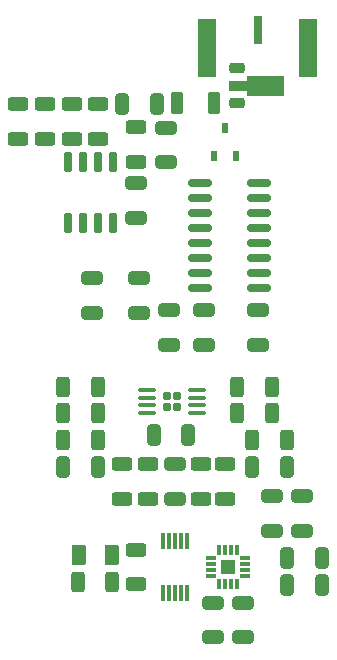
<source format=gbr>
%TF.GenerationSoftware,KiCad,Pcbnew,8.0.0*%
%TF.CreationDate,2024-02-29T15:38:19+07:00*%
%TF.ProjectId,PicoRX-ADC,5069636f-5258-42d4-9144-432e6b696361,rev?*%
%TF.SameCoordinates,PX79d4f70PY6146580*%
%TF.FileFunction,Paste,Top*%
%TF.FilePolarity,Positive*%
%FSLAX46Y46*%
G04 Gerber Fmt 4.6, Leading zero omitted, Abs format (unit mm)*
G04 Created by KiCad (PCBNEW 8.0.0) date 2024-02-29 15:38:19*
%MOMM*%
%LPD*%
G01*
G04 APERTURE LIST*
G04 Aperture macros list*
%AMRoundRect*
0 Rectangle with rounded corners*
0 $1 Rounding radius*
0 $2 $3 $4 $5 $6 $7 $8 $9 X,Y pos of 4 corners*
0 Add a 4 corners polygon primitive as box body*
4,1,4,$2,$3,$4,$5,$6,$7,$8,$9,$2,$3,0*
0 Add four circle primitives for the rounded corners*
1,1,$1+$1,$2,$3*
1,1,$1+$1,$4,$5*
1,1,$1+$1,$6,$7*
1,1,$1+$1,$8,$9*
0 Add four rect primitives between the rounded corners*
20,1,$1+$1,$2,$3,$4,$5,0*
20,1,$1+$1,$4,$5,$6,$7,0*
20,1,$1+$1,$6,$7,$8,$9,0*
20,1,$1+$1,$8,$9,$2,$3,0*%
%AMFreePoly0*
4,1,9,3.862500,-0.866500,0.737500,-0.866500,0.737500,-0.450000,-0.737500,-0.450000,-0.737500,0.450000,0.737500,0.450000,0.737500,0.866500,3.862500,0.866500,3.862500,-0.866500,3.862500,-0.866500,$1*%
G04 Aperture macros list end*
%ADD10RoundRect,0.250000X-0.625000X0.312500X-0.625000X-0.312500X0.625000X-0.312500X0.625000X0.312500X0*%
%ADD11RoundRect,0.250000X-0.312500X-0.625000X0.312500X-0.625000X0.312500X0.625000X-0.312500X0.625000X0*%
%ADD12RoundRect,0.250000X-0.325000X-0.650000X0.325000X-0.650000X0.325000X0.650000X-0.325000X0.650000X0*%
%ADD13RoundRect,0.250000X0.625000X-0.312500X0.625000X0.312500X-0.625000X0.312500X-0.625000X-0.312500X0*%
%ADD14RoundRect,0.250000X0.312500X0.625000X-0.312500X0.625000X-0.312500X-0.625000X0.312500X-0.625000X0*%
%ADD15R,0.300000X0.850000*%
%ADD16R,0.850000X0.300000*%
%ADD17R,1.250000X1.250000*%
%ADD18RoundRect,0.250000X0.650000X-0.325000X0.650000X0.325000X-0.650000X0.325000X-0.650000X-0.325000X0*%
%ADD19R,0.600000X0.850000*%
%ADD20RoundRect,0.250000X0.375000X0.625000X-0.375000X0.625000X-0.375000X-0.625000X0.375000X-0.625000X0*%
%ADD21RoundRect,0.250000X-0.650000X0.325000X-0.650000X-0.325000X0.650000X-0.325000X0.650000X0.325000X0*%
%ADD22RoundRect,0.150000X-0.150000X0.725000X-0.150000X-0.725000X0.150000X-0.725000X0.150000X0.725000X0*%
%ADD23RoundRect,0.150000X0.825000X0.150000X-0.825000X0.150000X-0.825000X-0.150000X0.825000X-0.150000X0*%
%ADD24RoundRect,0.225000X-0.425000X-0.225000X0.425000X-0.225000X0.425000X0.225000X-0.425000X0.225000X0*%
%ADD25FreePoly0,0.000000*%
%ADD26R,0.300000X1.400000*%
%ADD27RoundRect,0.250000X0.325000X0.650000X-0.325000X0.650000X-0.325000X-0.650000X0.325000X-0.650000X0*%
%ADD28RoundRect,0.170000X0.170000X0.210000X-0.170000X0.210000X-0.170000X-0.210000X0.170000X-0.210000X0*%
%ADD29RoundRect,0.100000X0.625000X0.100000X-0.625000X0.100000X-0.625000X-0.100000X0.625000X-0.100000X0*%
%ADD30R,0.700000X2.350000*%
%ADD31R,1.600000X4.900000*%
%ADD32RoundRect,0.250000X0.275000X0.700000X-0.275000X0.700000X-0.275000X-0.700000X0.275000X-0.700000X0*%
G04 APERTURE END LIST*
D10*
%TO.C,R11*%
X56750000Y44712500D03*
X56750000Y41787500D03*
%TD*%
D11*
%TO.C,R18*%
X65287500Y20500000D03*
X68212500Y20500000D03*
%TD*%
D12*
%TO.C,C25*%
X58195000Y18630000D03*
X61145000Y18630000D03*
%TD*%
D10*
%TO.C,R26*%
X46750000Y46687500D03*
X46750000Y43762500D03*
%TD*%
D11*
%TO.C,R19*%
X65287500Y22750000D03*
X68212500Y22750000D03*
%TD*%
D13*
%TO.C,R12*%
X51250000Y43762500D03*
X51250000Y46687500D03*
%TD*%
D14*
%TO.C,R7*%
X53462500Y20500000D03*
X50537500Y20500000D03*
%TD*%
D15*
%TO.C,IC1*%
X65250000Y8950000D03*
X64750000Y8950000D03*
X64250000Y8950000D03*
X63750000Y8950000D03*
D16*
X63050000Y8250000D03*
X63050000Y7750000D03*
X63050000Y7250000D03*
X63050000Y6750000D03*
D15*
X63750000Y6050000D03*
X64250000Y6050000D03*
X64750000Y6050000D03*
X65250000Y6050000D03*
D16*
X65950000Y6750000D03*
X65950000Y7250000D03*
X65950000Y7750000D03*
X65950000Y8250000D03*
D17*
X64500000Y7500000D03*
%TD*%
D10*
%TO.C,R9*%
X55500000Y16212500D03*
X55500000Y13287500D03*
%TD*%
D18*
%TO.C,C7*%
X65750000Y1525000D03*
X65750000Y4475000D03*
%TD*%
D14*
%TO.C,R8*%
X53462500Y22750000D03*
X50537500Y22750000D03*
%TD*%
D19*
%TO.C,D1*%
X63300000Y42300000D03*
X65200000Y42300000D03*
X64250000Y44700000D03*
%TD*%
D20*
%TO.C,D2*%
X54710000Y8500000D03*
X51910000Y8500000D03*
%TD*%
D21*
%TO.C,C4*%
X68250000Y13475000D03*
X68250000Y10525000D03*
%TD*%
D18*
%TO.C,C20*%
X53000000Y29025000D03*
X53000000Y31975000D03*
%TD*%
D21*
%TO.C,C6*%
X60000000Y16225000D03*
X60000000Y13275000D03*
%TD*%
D18*
%TO.C,C1*%
X63250000Y1525000D03*
X63250000Y4475000D03*
%TD*%
D22*
%TO.C,U6*%
X54775000Y41800000D03*
X53505000Y41800000D03*
X52235000Y41800000D03*
X50965000Y41800000D03*
X50965000Y36650000D03*
X52235000Y36650000D03*
X53505000Y36650000D03*
X54775000Y36650000D03*
%TD*%
D11*
%TO.C,R6*%
X50537500Y18250000D03*
X53462500Y18250000D03*
%TD*%
D23*
%TO.C,U5*%
X67117500Y31130000D03*
X67117500Y32400000D03*
X67117500Y33670000D03*
X67117500Y34940000D03*
X67117500Y36210000D03*
X67117500Y37480000D03*
X67117500Y38750000D03*
X67117500Y40020000D03*
X62167500Y40020000D03*
X62167500Y38750000D03*
X62167500Y37480000D03*
X62167500Y36210000D03*
X62167500Y34940000D03*
X62167500Y33670000D03*
X62167500Y32400000D03*
X62167500Y31130000D03*
%TD*%
D24*
%TO.C,U8*%
X65250000Y49750000D03*
D25*
X65337500Y48250000D03*
D24*
X65250000Y46750000D03*
%TD*%
D18*
%TO.C,C21*%
X57000000Y29025000D03*
X57000000Y31975000D03*
%TD*%
D21*
%TO.C,C3*%
X70750000Y13475000D03*
X70750000Y10525000D03*
%TD*%
D10*
%TO.C,R2*%
X56750000Y8962500D03*
X56750000Y6037500D03*
%TD*%
D21*
%TO.C,C5*%
X59250000Y44700000D03*
X59250000Y41750000D03*
%TD*%
D26*
%TO.C,IC2*%
X59000000Y5300000D03*
X59500000Y5300000D03*
X60000000Y5300000D03*
X60500000Y5300000D03*
X61000000Y5300000D03*
X61000000Y9700000D03*
X60500000Y9700000D03*
X60000000Y9700000D03*
X59500000Y9700000D03*
X59000000Y9700000D03*
%TD*%
D18*
%TO.C,C31*%
X67000000Y26275000D03*
X67000000Y29225000D03*
%TD*%
D12*
%TO.C,C19*%
X50525000Y16000000D03*
X53475000Y16000000D03*
%TD*%
D27*
%TO.C,C8*%
X72475000Y8250000D03*
X69525000Y8250000D03*
%TD*%
D13*
%TO.C,R27*%
X49000000Y43762500D03*
X49000000Y46687500D03*
%TD*%
D11*
%TO.C,R4*%
X51787500Y6250000D03*
X54712500Y6250000D03*
%TD*%
D21*
%TO.C,C42*%
X56750000Y39987500D03*
X56750000Y37037500D03*
%TD*%
%TO.C,C24*%
X59500000Y29225000D03*
X59500000Y26275000D03*
%TD*%
D10*
%TO.C,R10*%
X57750000Y16212500D03*
X57750000Y13287500D03*
%TD*%
%TO.C,R13*%
X64250000Y16212500D03*
X64250000Y13287500D03*
%TD*%
D14*
%TO.C,R14*%
X69462500Y18250000D03*
X66537500Y18250000D03*
%TD*%
D28*
%TO.C,U4*%
X60170000Y21030000D03*
X60170000Y21970000D03*
X59330000Y21030000D03*
X59330000Y21970000D03*
D29*
X61900000Y20525000D03*
X61900000Y21175000D03*
X61900000Y21825000D03*
X61900000Y22475000D03*
X57600000Y22475000D03*
X57600000Y21825000D03*
X57600000Y21175000D03*
X57600000Y20525000D03*
%TD*%
D30*
%TO.C,J7*%
X67000000Y53000000D03*
D31*
X71250000Y51425000D03*
X62750000Y51425000D03*
%TD*%
D10*
%TO.C,R15*%
X62250000Y16212500D03*
X62250000Y13287500D03*
%TD*%
D32*
%TO.C,FB1*%
X63325000Y46750000D03*
X60175000Y46750000D03*
%TD*%
D27*
%TO.C,C23*%
X69475000Y16000000D03*
X66525000Y16000000D03*
%TD*%
D12*
%TO.C,C44*%
X55525000Y46725000D03*
X58475000Y46725000D03*
%TD*%
D27*
%TO.C,C2*%
X72475000Y6000000D03*
X69525000Y6000000D03*
%TD*%
D10*
%TO.C,R1*%
X53500000Y46687500D03*
X53500000Y43762500D03*
%TD*%
D18*
%TO.C,C32*%
X62500000Y26275000D03*
X62500000Y29225000D03*
%TD*%
M02*

</source>
